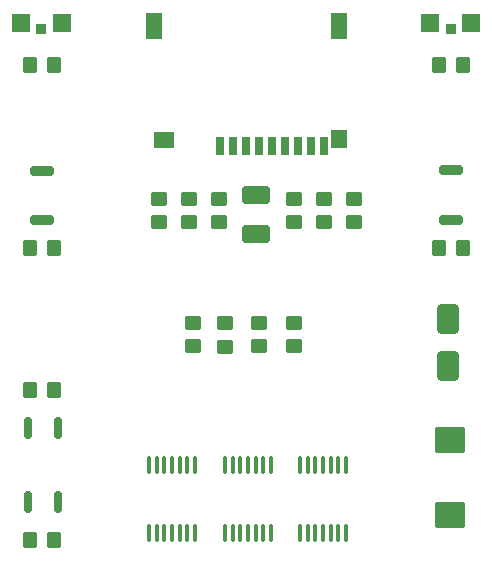
<source format=gbr>
%TF.GenerationSoftware,KiCad,Pcbnew,7.0.9*%
%TF.CreationDate,2024-01-04T00:09:48-06:00*%
%TF.ProjectId,FujiApple-DevKit-SmartPort,46756a69-4170-4706-9c65-2d4465764b69,1.0*%
%TF.SameCoordinates,Original*%
%TF.FileFunction,Paste,Top*%
%TF.FilePolarity,Positive*%
%FSLAX46Y46*%
G04 Gerber Fmt 4.6, Leading zero omitted, Abs format (unit mm)*
G04 Created by KiCad (PCBNEW 7.0.9) date 2024-01-04 00:09:48*
%MOMM*%
%LPD*%
G01*
G04 APERTURE LIST*
G04 Aperture macros list*
%AMRoundRect*
0 Rectangle with rounded corners*
0 $1 Rounding radius*
0 $2 $3 $4 $5 $6 $7 $8 $9 X,Y pos of 4 corners*
0 Add a 4 corners polygon primitive as box body*
4,1,4,$2,$3,$4,$5,$6,$7,$8,$9,$2,$3,0*
0 Add four circle primitives for the rounded corners*
1,1,$1+$1,$2,$3*
1,1,$1+$1,$4,$5*
1,1,$1+$1,$6,$7*
1,1,$1+$1,$8,$9*
0 Add four rect primitives between the rounded corners*
20,1,$1+$1,$2,$3,$4,$5,0*
20,1,$1+$1,$4,$5,$6,$7,0*
20,1,$1+$1,$6,$7,$8,$9,0*
20,1,$1+$1,$8,$9,$2,$3,0*%
G04 Aperture macros list end*
%ADD10RoundRect,0.250000X-0.650000X1.000000X-0.650000X-1.000000X0.650000X-1.000000X0.650000X1.000000X0*%
%ADD11RoundRect,0.250000X-0.350000X-0.450000X0.350000X-0.450000X0.350000X0.450000X-0.350000X0.450000X0*%
%ADD12RoundRect,0.250001X-0.924999X0.499999X-0.924999X-0.499999X0.924999X-0.499999X0.924999X0.499999X0*%
%ADD13RoundRect,0.250000X-0.450000X0.350000X-0.450000X-0.350000X0.450000X-0.350000X0.450000X0.350000X0*%
%ADD14RoundRect,0.250000X0.350000X0.450000X-0.350000X0.450000X-0.350000X-0.450000X0.350000X-0.450000X0*%
%ADD15RoundRect,0.100000X-0.100000X0.637500X-0.100000X-0.637500X0.100000X-0.637500X0.100000X0.637500X0*%
%ADD16RoundRect,0.250000X0.450000X-0.350000X0.450000X0.350000X-0.450000X0.350000X-0.450000X-0.350000X0*%
%ADD17RoundRect,0.250000X-1.025000X0.875000X-1.025000X-0.875000X1.025000X-0.875000X1.025000X0.875000X0*%
%ADD18RoundRect,0.200000X0.800000X-0.200000X0.800000X0.200000X-0.800000X0.200000X-0.800000X-0.200000X0*%
%ADD19RoundRect,0.150000X0.150000X-0.750000X0.150000X0.750000X-0.150000X0.750000X-0.150000X-0.750000X0*%
%ADD20R,0.900000X0.900000*%
%ADD21R,1.500000X1.500000*%
%ADD22R,0.700000X1.600000*%
%ADD23R,1.400000X1.600000*%
%ADD24R,1.400000X2.200000*%
%ADD25R,1.800000X1.400000*%
G04 APERTURE END LIST*
D10*
%TO.C,D3*%
X171831000Y-103156000D03*
X171831000Y-107156000D03*
%TD*%
D11*
%TO.C,R12*%
X136430000Y-109220000D03*
X138430000Y-109220000D03*
%TD*%
D12*
%TO.C,C1*%
X155575000Y-92710000D03*
X155575000Y-95960000D03*
%TD*%
D13*
%TO.C,R4*%
X152400000Y-92980000D03*
X152400000Y-94980000D03*
%TD*%
D14*
%TO.C,R2*%
X138430000Y-81661000D03*
X136430000Y-81661000D03*
%TD*%
D15*
%TO.C,U3*%
X150405001Y-115572501D03*
X149755001Y-115572501D03*
X149105001Y-115572501D03*
X148455001Y-115572501D03*
X147805001Y-115572501D03*
X147155001Y-115572501D03*
X146505001Y-115572501D03*
X146505001Y-121297501D03*
X147155001Y-121297501D03*
X147805001Y-121297501D03*
X148455001Y-121297501D03*
X149105001Y-121297501D03*
X149755001Y-121297501D03*
X150405001Y-121297501D03*
%TD*%
D14*
%TO.C,R11*%
X138430000Y-121920000D03*
X136430000Y-121920000D03*
%TD*%
D15*
%TO.C,U2*%
X156845001Y-115572501D03*
X156195001Y-115572501D03*
X155545001Y-115572501D03*
X154895001Y-115572501D03*
X154245001Y-115572501D03*
X153595001Y-115572501D03*
X152945001Y-115572501D03*
X152945001Y-121297501D03*
X153595001Y-121297501D03*
X154245001Y-121297501D03*
X154895001Y-121297501D03*
X155545001Y-121297501D03*
X156195001Y-121297501D03*
X156845001Y-121297501D03*
%TD*%
D13*
%TO.C,R7*%
X147320000Y-92980000D03*
X147320000Y-94980000D03*
%TD*%
D14*
%TO.C,R9*%
X173085000Y-97155000D03*
X171085000Y-97155000D03*
%TD*%
D13*
%TO.C,R5*%
X158750000Y-92980000D03*
X158750000Y-94980000D03*
%TD*%
D11*
%TO.C,R10*%
X136430000Y-97155000D03*
X138430000Y-97155000D03*
%TD*%
D16*
%TO.C,R15*%
X155800000Y-105505000D03*
X155800000Y-103505000D03*
%TD*%
D13*
%TO.C,R8*%
X149860000Y-92980000D03*
X149860000Y-94980000D03*
%TD*%
D15*
%TO.C,U1*%
X163195001Y-115572501D03*
X162545001Y-115572501D03*
X161895001Y-115572501D03*
X161245001Y-115572501D03*
X160595001Y-115572501D03*
X159945001Y-115572501D03*
X159295001Y-115572501D03*
X159295001Y-121297501D03*
X159945001Y-121297501D03*
X160595001Y-121297501D03*
X161245001Y-121297501D03*
X161895001Y-121297501D03*
X162545001Y-121297501D03*
X163195001Y-121297501D03*
%TD*%
D16*
%TO.C,R16*%
X158750000Y-105505000D03*
X158750000Y-103505000D03*
%TD*%
D17*
%TO.C,C2*%
X171958000Y-113386000D03*
X171958000Y-119786000D03*
%TD*%
D16*
%TO.C,R13*%
X152908000Y-105521000D03*
X152908000Y-103521000D03*
%TD*%
D18*
%TO.C,SW2*%
X137445400Y-94810000D03*
X137445400Y-90610000D03*
%TD*%
D13*
%TO.C,R6*%
X161290000Y-92980000D03*
X161290000Y-94980000D03*
%TD*%
D14*
%TO.C,R1*%
X173085000Y-81661000D03*
X171085000Y-81661000D03*
%TD*%
D13*
%TO.C,R3*%
X163830000Y-92980000D03*
X163830000Y-94980000D03*
%TD*%
D18*
%TO.C,SW1*%
X172085000Y-94790600D03*
X172085000Y-90590600D03*
%TD*%
D19*
%TO.C,U5*%
X136271000Y-118668000D03*
X138811000Y-118668000D03*
X138811000Y-112368000D03*
X136271000Y-112368000D03*
%TD*%
D20*
%TO.C,D1*%
X172050000Y-78650000D03*
D21*
X173800000Y-78100000D03*
X170300000Y-78100000D03*
%TD*%
D22*
%TO.C,P1*%
X152486800Y-88500000D03*
X153586800Y-88500000D03*
X154686800Y-88500000D03*
X155786800Y-88500000D03*
X156886800Y-88500000D03*
X157986800Y-88500000D03*
X159086800Y-88500000D03*
X160186800Y-88500000D03*
X161286800Y-88500000D03*
D23*
X162586800Y-87900000D03*
D24*
X162586800Y-78400000D03*
X146886800Y-78400000D03*
D25*
X147786800Y-88000000D03*
%TD*%
D16*
%TO.C,R14*%
X150241000Y-105505000D03*
X150241000Y-103505000D03*
%TD*%
D20*
%TO.C,D2*%
X137379000Y-78650000D03*
D21*
X139129000Y-78100000D03*
X135629000Y-78100000D03*
%TD*%
M02*

</source>
